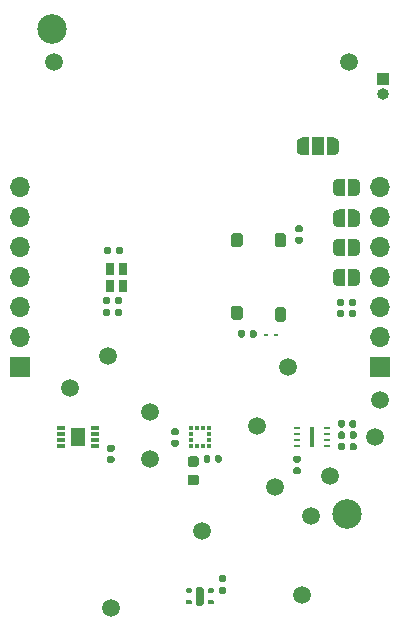
<source format=gbs>
G04 #@! TF.GenerationSoftware,KiCad,Pcbnew,(5.1.7)-1*
G04 #@! TF.CreationDate,2020-11-04T19:15:34+01:00*
G04 #@! TF.ProjectId,generic_node,67656e65-7269-4635-9f6e-6f64652e6b69,2.0.2*
G04 #@! TF.SameCoordinates,PX510ff40PY6422c40*
G04 #@! TF.FileFunction,Soldermask,Bot*
G04 #@! TF.FilePolarity,Negative*
%FSLAX46Y46*%
G04 Gerber Fmt 4.6, Leading zero omitted, Abs format (unit mm)*
G04 Created by KiCad (PCBNEW (5.1.7)-1) date 2020-11-04 19:15:34*
%MOMM*%
%LPD*%
G01*
G04 APERTURE LIST*
%ADD10R,0.375000X0.350000*%
%ADD11R,0.350000X0.375000*%
%ADD12R,0.750000X0.300000*%
%ADD13R,1.300000X1.500000*%
%ADD14R,0.300000X1.700000*%
%ADD15R,0.600000X0.270000*%
%ADD16C,0.100000*%
%ADD17R,1.000000X1.000000*%
%ADD18O,1.000000X1.000000*%
%ADD19R,1.700000X1.700000*%
%ADD20O,1.700000X1.700000*%
%ADD21C,2.500000*%
%ADD22R,0.800000X1.000000*%
%ADD23R,0.360000X0.250000*%
%ADD24C,1.500000*%
%ADD25R,1.000000X1.500000*%
G04 APERTURE END LIST*
D10*
X-754500Y-13288803D03*
X-754500Y-13788803D03*
X770500Y-13788803D03*
X770500Y-13288803D03*
D11*
X-742000Y-14301303D03*
X-742000Y-12776303D03*
X758000Y-14301303D03*
X758000Y-12776303D03*
X258000Y-14301303D03*
X-242000Y-14301303D03*
X258000Y-12776303D03*
X-242000Y-12776303D03*
D12*
X-11750000Y-14238803D03*
X-11750000Y-13738803D03*
X-11750000Y-13238803D03*
X-11750000Y-12738803D03*
X-8850000Y-12738803D03*
X-8850000Y-13238803D03*
X-8850000Y-13738803D03*
X-8850000Y-14238803D03*
D13*
X-10300000Y-13488803D03*
G36*
G01*
X375400Y-26387900D02*
X375400Y-27637900D01*
G75*
G02*
X200400Y-27812900I-175000J0D01*
G01*
X-149600Y-27812900D01*
G75*
G02*
X-324600Y-27637900I0J175000D01*
G01*
X-324600Y-26387900D01*
G75*
G02*
X-149600Y-26212900I175000J0D01*
G01*
X200400Y-26212900D01*
G75*
G02*
X375400Y-26387900I0J-175000D01*
G01*
G37*
G36*
G01*
X-624600Y-26425400D02*
X-624600Y-26600400D01*
G75*
G02*
X-712100Y-26687900I-87500J0D01*
G01*
X-1087100Y-26687900D01*
G75*
G02*
X-1174600Y-26600400I0J87500D01*
G01*
X-1174600Y-26425400D01*
G75*
G02*
X-1087100Y-26337900I87500J0D01*
G01*
X-712100Y-26337900D01*
G75*
G02*
X-624600Y-26425400I0J-87500D01*
G01*
G37*
G36*
G01*
X-624600Y-27425400D02*
X-624600Y-27600400D01*
G75*
G02*
X-712100Y-27687900I-87500J0D01*
G01*
X-1087100Y-27687900D01*
G75*
G02*
X-1174600Y-27600400I0J87500D01*
G01*
X-1174600Y-27425400D01*
G75*
G02*
X-1087100Y-27337900I87500J0D01*
G01*
X-712100Y-27337900D01*
G75*
G02*
X-624600Y-27425400I0J-87500D01*
G01*
G37*
G36*
G01*
X1225400Y-27425400D02*
X1225400Y-27600400D01*
G75*
G02*
X1137900Y-27687900I-87500J0D01*
G01*
X762900Y-27687900D01*
G75*
G02*
X675400Y-27600400I0J87500D01*
G01*
X675400Y-27425400D01*
G75*
G02*
X762900Y-27337900I87500J0D01*
G01*
X1137900Y-27337900D01*
G75*
G02*
X1225400Y-27425400I0J-87500D01*
G01*
G37*
G36*
G01*
X1225400Y-26425400D02*
X1225400Y-26600400D01*
G75*
G02*
X1137900Y-26687900I-87500J0D01*
G01*
X762900Y-26687900D01*
G75*
G02*
X675400Y-26600400I0J87500D01*
G01*
X675400Y-26425400D01*
G75*
G02*
X762900Y-26337900I87500J0D01*
G01*
X1137900Y-26337900D01*
G75*
G02*
X1225400Y-26425400I0J-87500D01*
G01*
G37*
D14*
X9512000Y-13527000D03*
D15*
X10812000Y-14277000D03*
X10812000Y-13777000D03*
X10812000Y-13277000D03*
X10812000Y-12777000D03*
X8212000Y-12777000D03*
X8212000Y-13277000D03*
X8212000Y-13777000D03*
X8212000Y-14277000D03*
G36*
G01*
X-7680000Y-3245000D02*
X-8050000Y-3245000D01*
G75*
G02*
X-8185000Y-3110000I0J135000D01*
G01*
X-8185000Y-2840000D01*
G75*
G02*
X-8050000Y-2705000I135000J0D01*
G01*
X-7680000Y-2705000D01*
G75*
G02*
X-7545000Y-2840000I0J-135000D01*
G01*
X-7545000Y-3110000D01*
G75*
G02*
X-7680000Y-3245000I-135000J0D01*
G01*
G37*
G36*
G01*
X-7680000Y-2225000D02*
X-8050000Y-2225000D01*
G75*
G02*
X-8185000Y-2090000I0J135000D01*
G01*
X-8185000Y-1820000D01*
G75*
G02*
X-8050000Y-1685000I135000J0D01*
G01*
X-7680000Y-1685000D01*
G75*
G02*
X-7545000Y-1820000I0J-135000D01*
G01*
X-7545000Y-2090000D01*
G75*
G02*
X-7680000Y-2225000I-135000J0D01*
G01*
G37*
D16*
G36*
X11796000Y6870602D02*
G01*
X11771466Y6870602D01*
X11722635Y6875412D01*
X11674510Y6884984D01*
X11627555Y6899228D01*
X11582222Y6918005D01*
X11538949Y6941136D01*
X11498150Y6968396D01*
X11460221Y6999524D01*
X11425524Y7034221D01*
X11394396Y7072150D01*
X11367136Y7112949D01*
X11344005Y7156222D01*
X11325228Y7201555D01*
X11310984Y7248510D01*
X11301412Y7296635D01*
X11296602Y7345466D01*
X11296602Y7370000D01*
X11296000Y7370000D01*
X11296000Y7870000D01*
X11296602Y7870000D01*
X11296602Y7894534D01*
X11301412Y7943365D01*
X11310984Y7991490D01*
X11325228Y8038445D01*
X11344005Y8083778D01*
X11367136Y8127051D01*
X11394396Y8167850D01*
X11425524Y8205779D01*
X11460221Y8240476D01*
X11498150Y8271604D01*
X11538949Y8298864D01*
X11582222Y8321995D01*
X11627555Y8340772D01*
X11674510Y8355016D01*
X11722635Y8364588D01*
X11771466Y8369398D01*
X11796000Y8369398D01*
X11796000Y8370000D01*
X12296000Y8370000D01*
X12296000Y6870000D01*
X11796000Y6870000D01*
X11796000Y6870602D01*
G37*
G36*
X12596000Y8370000D02*
G01*
X13096000Y8370000D01*
X13096000Y8369398D01*
X13120534Y8369398D01*
X13169365Y8364588D01*
X13217490Y8355016D01*
X13264445Y8340772D01*
X13309778Y8321995D01*
X13353051Y8298864D01*
X13393850Y8271604D01*
X13431779Y8240476D01*
X13466476Y8205779D01*
X13497604Y8167850D01*
X13524864Y8127051D01*
X13547995Y8083778D01*
X13566772Y8038445D01*
X13581016Y7991490D01*
X13590588Y7943365D01*
X13595398Y7894534D01*
X13595398Y7870000D01*
X13596000Y7870000D01*
X13596000Y7370000D01*
X13595398Y7370000D01*
X13595398Y7345466D01*
X13590588Y7296635D01*
X13581016Y7248510D01*
X13566772Y7201555D01*
X13547995Y7156222D01*
X13524864Y7112949D01*
X13497604Y7072150D01*
X13466476Y7034221D01*
X13431779Y6999524D01*
X13393850Y6968396D01*
X13353051Y6941136D01*
X13309778Y6918005D01*
X13264445Y6899228D01*
X13217490Y6884984D01*
X13169365Y6875412D01*
X13120534Y6870602D01*
X13096000Y6870602D01*
X13096000Y6870000D01*
X12596000Y6870000D01*
X12596000Y8370000D01*
G37*
D17*
X15494000Y16764000D03*
D18*
X15494000Y15494000D03*
D16*
G36*
X13096000Y3289398D02*
G01*
X13120534Y3289398D01*
X13169365Y3284588D01*
X13217490Y3275016D01*
X13264445Y3260772D01*
X13309778Y3241995D01*
X13353051Y3218864D01*
X13393850Y3191604D01*
X13431779Y3160476D01*
X13466476Y3125779D01*
X13497604Y3087850D01*
X13524864Y3047051D01*
X13547995Y3003778D01*
X13566772Y2958445D01*
X13581016Y2911490D01*
X13590588Y2863365D01*
X13595398Y2814534D01*
X13595398Y2790000D01*
X13596000Y2790000D01*
X13596000Y2290000D01*
X13595398Y2290000D01*
X13595398Y2265466D01*
X13590588Y2216635D01*
X13581016Y2168510D01*
X13566772Y2121555D01*
X13547995Y2076222D01*
X13524864Y2032949D01*
X13497604Y1992150D01*
X13466476Y1954221D01*
X13431779Y1919524D01*
X13393850Y1888396D01*
X13353051Y1861136D01*
X13309778Y1838005D01*
X13264445Y1819228D01*
X13217490Y1804984D01*
X13169365Y1795412D01*
X13120534Y1790602D01*
X13096000Y1790602D01*
X13096000Y1790000D01*
X12596000Y1790000D01*
X12596000Y3290000D01*
X13096000Y3290000D01*
X13096000Y3289398D01*
G37*
G36*
X12296000Y1790000D02*
G01*
X11796000Y1790000D01*
X11796000Y1790602D01*
X11771466Y1790602D01*
X11722635Y1795412D01*
X11674510Y1804984D01*
X11627555Y1819228D01*
X11582222Y1838005D01*
X11538949Y1861136D01*
X11498150Y1888396D01*
X11460221Y1919524D01*
X11425524Y1954221D01*
X11394396Y1992150D01*
X11367136Y2032949D01*
X11344005Y2076222D01*
X11325228Y2121555D01*
X11310984Y2168510D01*
X11301412Y2216635D01*
X11296602Y2265466D01*
X11296602Y2290000D01*
X11296000Y2290000D01*
X11296000Y2790000D01*
X11296602Y2790000D01*
X11296602Y2814534D01*
X11301412Y2863365D01*
X11310984Y2911490D01*
X11325228Y2958445D01*
X11344005Y3003778D01*
X11367136Y3047051D01*
X11394396Y3087850D01*
X11425524Y3125779D01*
X11460221Y3160476D01*
X11498150Y3191604D01*
X11538949Y3218864D01*
X11582222Y3241995D01*
X11627555Y3260772D01*
X11674510Y3275016D01*
X11722635Y3284588D01*
X11771466Y3289398D01*
X11796000Y3289398D01*
X11796000Y3290000D01*
X12296000Y3290000D01*
X12296000Y1790000D01*
G37*
D19*
X15240000Y-7620000D03*
D20*
X15240000Y-5080000D03*
X15240000Y-2540000D03*
X15240000Y0D03*
X15240000Y2540000D03*
X15240000Y5080000D03*
X15240000Y7620000D03*
G36*
G01*
X1874000Y-15201000D02*
X1874000Y-15541000D01*
G75*
G02*
X1734000Y-15681000I-140000J0D01*
G01*
X1454000Y-15681000D01*
G75*
G02*
X1314000Y-15541000I0J140000D01*
G01*
X1314000Y-15201000D01*
G75*
G02*
X1454000Y-15061000I140000J0D01*
G01*
X1734000Y-15061000D01*
G75*
G02*
X1874000Y-15201000I0J-140000D01*
G01*
G37*
G36*
G01*
X914000Y-15201000D02*
X914000Y-15541000D01*
G75*
G02*
X774000Y-15681000I-140000J0D01*
G01*
X494000Y-15681000D01*
G75*
G02*
X354000Y-15541000I0J140000D01*
G01*
X354000Y-15201000D01*
G75*
G02*
X494000Y-15061000I140000J0D01*
G01*
X774000Y-15061000D01*
G75*
G02*
X914000Y-15201000I0J-140000D01*
G01*
G37*
G36*
G01*
X-280000Y-17605000D02*
X-780000Y-17605000D01*
G75*
G02*
X-1005000Y-17380000I0J225000D01*
G01*
X-1005000Y-16930000D01*
G75*
G02*
X-780000Y-16705000I225000J0D01*
G01*
X-280000Y-16705000D01*
G75*
G02*
X-55000Y-16930000I0J-225000D01*
G01*
X-55000Y-17380000D01*
G75*
G02*
X-280000Y-17605000I-225000J0D01*
G01*
G37*
G36*
G01*
X-280000Y-16055000D02*
X-780000Y-16055000D01*
G75*
G02*
X-1005000Y-15830000I0J225000D01*
G01*
X-1005000Y-15380000D01*
G75*
G02*
X-780000Y-15155000I225000J0D01*
G01*
X-280000Y-15155000D01*
G75*
G02*
X-55000Y-15380000I0J-225000D01*
G01*
X-55000Y-15830000D01*
G75*
G02*
X-280000Y-16055000I-225000J0D01*
G01*
G37*
D19*
X-15240000Y-7620000D03*
D20*
X-15240000Y-5080000D03*
X-15240000Y-2540000D03*
X-15240000Y0D03*
X-15240000Y2540000D03*
X-15240000Y5080000D03*
X-15240000Y7620000D03*
G36*
G01*
X12320000Y-14157500D02*
X12320000Y-14502500D01*
G75*
G02*
X12172500Y-14650000I-147500J0D01*
G01*
X11877500Y-14650000D01*
G75*
G02*
X11730000Y-14502500I0J147500D01*
G01*
X11730000Y-14157500D01*
G75*
G02*
X11877500Y-14010000I147500J0D01*
G01*
X12172500Y-14010000D01*
G75*
G02*
X12320000Y-14157500I0J-147500D01*
G01*
G37*
G36*
G01*
X13290000Y-14157500D02*
X13290000Y-14502500D01*
G75*
G02*
X13142500Y-14650000I-147500J0D01*
G01*
X12847500Y-14650000D01*
G75*
G02*
X12700000Y-14502500I0J147500D01*
G01*
X12700000Y-14157500D01*
G75*
G02*
X12847500Y-14010000I147500J0D01*
G01*
X13142500Y-14010000D01*
G75*
G02*
X13290000Y-14157500I0J-147500D01*
G01*
G37*
G36*
G01*
X-2267500Y-13749000D02*
X-1922500Y-13749000D01*
G75*
G02*
X-1775000Y-13896500I0J-147500D01*
G01*
X-1775000Y-14191500D01*
G75*
G02*
X-1922500Y-14339000I-147500J0D01*
G01*
X-2267500Y-14339000D01*
G75*
G02*
X-2415000Y-14191500I0J147500D01*
G01*
X-2415000Y-13896500D01*
G75*
G02*
X-2267500Y-13749000I147500J0D01*
G01*
G37*
G36*
G01*
X-2267500Y-12779000D02*
X-1922500Y-12779000D01*
G75*
G02*
X-1775000Y-12926500I0J-147500D01*
G01*
X-1775000Y-13221500D01*
G75*
G02*
X-1922500Y-13369000I-147500J0D01*
G01*
X-2267500Y-13369000D01*
G75*
G02*
X-2415000Y-13221500I0J147500D01*
G01*
X-2415000Y-12926500D01*
G75*
G02*
X-2267500Y-12779000I147500J0D01*
G01*
G37*
G36*
G01*
X1780500Y-25229000D02*
X2125500Y-25229000D01*
G75*
G02*
X2273000Y-25376500I0J-147500D01*
G01*
X2273000Y-25671500D01*
G75*
G02*
X2125500Y-25819000I-147500J0D01*
G01*
X1780500Y-25819000D01*
G75*
G02*
X1633000Y-25671500I0J147500D01*
G01*
X1633000Y-25376500D01*
G75*
G02*
X1780500Y-25229000I147500J0D01*
G01*
G37*
G36*
G01*
X1780500Y-26199000D02*
X2125500Y-26199000D01*
G75*
G02*
X2273000Y-26346500I0J-147500D01*
G01*
X2273000Y-26641500D01*
G75*
G02*
X2125500Y-26789000I-147500J0D01*
G01*
X1780500Y-26789000D01*
G75*
G02*
X1633000Y-26641500I0J147500D01*
G01*
X1633000Y-26346500D01*
G75*
G02*
X1780500Y-26199000I147500J0D01*
G01*
G37*
G36*
G01*
X-7347500Y-15730000D02*
X-7692500Y-15730000D01*
G75*
G02*
X-7840000Y-15582500I0J147500D01*
G01*
X-7840000Y-15287500D01*
G75*
G02*
X-7692500Y-15140000I147500J0D01*
G01*
X-7347500Y-15140000D01*
G75*
G02*
X-7200000Y-15287500I0J-147500D01*
G01*
X-7200000Y-15582500D01*
G75*
G02*
X-7347500Y-15730000I-147500J0D01*
G01*
G37*
G36*
G01*
X-7347500Y-14760000D02*
X-7692500Y-14760000D01*
G75*
G02*
X-7840000Y-14612500I0J147500D01*
G01*
X-7840000Y-14317500D01*
G75*
G02*
X-7692500Y-14170000I147500J0D01*
G01*
X-7347500Y-14170000D01*
G75*
G02*
X-7200000Y-14317500I0J-147500D01*
G01*
X-7200000Y-14612500D01*
G75*
G02*
X-7347500Y-14760000I-147500J0D01*
G01*
G37*
G36*
G01*
X3271000Y-4947500D02*
X3271000Y-4602500D01*
G75*
G02*
X3418500Y-4455000I147500J0D01*
G01*
X3713500Y-4455000D01*
G75*
G02*
X3861000Y-4602500I0J-147500D01*
G01*
X3861000Y-4947500D01*
G75*
G02*
X3713500Y-5095000I-147500J0D01*
G01*
X3418500Y-5095000D01*
G75*
G02*
X3271000Y-4947500I0J147500D01*
G01*
G37*
G36*
G01*
X4241000Y-4947500D02*
X4241000Y-4602500D01*
G75*
G02*
X4388500Y-4455000I147500J0D01*
G01*
X4683500Y-4455000D01*
G75*
G02*
X4831000Y-4602500I0J-147500D01*
G01*
X4831000Y-4947500D01*
G75*
G02*
X4683500Y-5095000I-147500J0D01*
G01*
X4388500Y-5095000D01*
G75*
G02*
X4241000Y-4947500I0J147500D01*
G01*
G37*
D21*
X12500000Y-20000000D03*
X-12500000Y21000000D03*
G36*
G01*
X13294000Y-13196500D02*
X13294000Y-13541500D01*
G75*
G02*
X13146500Y-13689000I-147500J0D01*
G01*
X12851500Y-13689000D01*
G75*
G02*
X12704000Y-13541500I0J147500D01*
G01*
X12704000Y-13196500D01*
G75*
G02*
X12851500Y-13049000I147500J0D01*
G01*
X13146500Y-13049000D01*
G75*
G02*
X13294000Y-13196500I0J-147500D01*
G01*
G37*
G36*
G01*
X12324000Y-13196500D02*
X12324000Y-13541500D01*
G75*
G02*
X12176500Y-13689000I-147500J0D01*
G01*
X11881500Y-13689000D01*
G75*
G02*
X11734000Y-13541500I0J147500D01*
G01*
X11734000Y-13196500D01*
G75*
G02*
X11881500Y-13049000I147500J0D01*
G01*
X12176500Y-13049000D01*
G75*
G02*
X12324000Y-13196500I0J-147500D01*
G01*
G37*
G36*
G01*
X12781500Y-1808000D02*
X13126500Y-1808000D01*
G75*
G02*
X13274000Y-1955500I0J-147500D01*
G01*
X13274000Y-2250500D01*
G75*
G02*
X13126500Y-2398000I-147500J0D01*
G01*
X12781500Y-2398000D01*
G75*
G02*
X12634000Y-2250500I0J147500D01*
G01*
X12634000Y-1955500D01*
G75*
G02*
X12781500Y-1808000I147500J0D01*
G01*
G37*
G36*
G01*
X12781500Y-2778000D02*
X13126500Y-2778000D01*
G75*
G02*
X13274000Y-2925500I0J-147500D01*
G01*
X13274000Y-3220500D01*
G75*
G02*
X13126500Y-3368000I-147500J0D01*
G01*
X12781500Y-3368000D01*
G75*
G02*
X12634000Y-3220500I0J147500D01*
G01*
X12634000Y-2925500D01*
G75*
G02*
X12781500Y-2778000I147500J0D01*
G01*
G37*
G36*
G01*
X13280000Y-12227500D02*
X13280000Y-12572500D01*
G75*
G02*
X13132500Y-12720000I-147500J0D01*
G01*
X12837500Y-12720000D01*
G75*
G02*
X12690000Y-12572500I0J147500D01*
G01*
X12690000Y-12227500D01*
G75*
G02*
X12837500Y-12080000I147500J0D01*
G01*
X13132500Y-12080000D01*
G75*
G02*
X13280000Y-12227500I0J-147500D01*
G01*
G37*
G36*
G01*
X12310000Y-12227500D02*
X12310000Y-12572500D01*
G75*
G02*
X12162500Y-12720000I-147500J0D01*
G01*
X11867500Y-12720000D01*
G75*
G02*
X11720000Y-12572500I0J147500D01*
G01*
X11720000Y-12227500D01*
G75*
G02*
X11867500Y-12080000I147500J0D01*
G01*
X12162500Y-12080000D01*
G75*
G02*
X12310000Y-12227500I0J-147500D01*
G01*
G37*
G36*
G01*
X8237500Y3450000D02*
X8582500Y3450000D01*
G75*
G02*
X8730000Y3302500I0J-147500D01*
G01*
X8730000Y3007500D01*
G75*
G02*
X8582500Y2860000I-147500J0D01*
G01*
X8237500Y2860000D01*
G75*
G02*
X8090000Y3007500I0J147500D01*
G01*
X8090000Y3302500D01*
G75*
G02*
X8237500Y3450000I147500J0D01*
G01*
G37*
G36*
G01*
X8237500Y4420000D02*
X8582500Y4420000D01*
G75*
G02*
X8730000Y4272500I0J-147500D01*
G01*
X8730000Y3977500D01*
G75*
G02*
X8582500Y3830000I-147500J0D01*
G01*
X8237500Y3830000D01*
G75*
G02*
X8090000Y3977500I0J147500D01*
G01*
X8090000Y4272500D01*
G75*
G02*
X8237500Y4420000I147500J0D01*
G01*
G37*
G36*
G01*
X-6676500Y-3245000D02*
X-7021500Y-3245000D01*
G75*
G02*
X-7169000Y-3097500I0J147500D01*
G01*
X-7169000Y-2802500D01*
G75*
G02*
X-7021500Y-2655000I147500J0D01*
G01*
X-6676500Y-2655000D01*
G75*
G02*
X-6529000Y-2802500I0J-147500D01*
G01*
X-6529000Y-3097500D01*
G75*
G02*
X-6676500Y-3245000I-147500J0D01*
G01*
G37*
G36*
G01*
X-6676500Y-2275000D02*
X-7021500Y-2275000D01*
G75*
G02*
X-7169000Y-2127500I0J147500D01*
G01*
X-7169000Y-1832500D01*
G75*
G02*
X-7021500Y-1685000I147500J0D01*
G01*
X-6676500Y-1685000D01*
G75*
G02*
X-6529000Y-1832500I0J-147500D01*
G01*
X-6529000Y-2127500D01*
G75*
G02*
X-6676500Y-2275000I-147500J0D01*
G01*
G37*
D22*
X-6450000Y750000D03*
X-6450000Y-750000D03*
X-7550000Y-750000D03*
X-7550000Y750000D03*
G36*
G01*
X8422500Y-15710000D02*
X8077500Y-15710000D01*
G75*
G02*
X7930000Y-15562500I0J147500D01*
G01*
X7930000Y-15267500D01*
G75*
G02*
X8077500Y-15120000I147500J0D01*
G01*
X8422500Y-15120000D01*
G75*
G02*
X8570000Y-15267500I0J-147500D01*
G01*
X8570000Y-15562500D01*
G75*
G02*
X8422500Y-15710000I-147500J0D01*
G01*
G37*
G36*
G01*
X8422500Y-16680000D02*
X8077500Y-16680000D01*
G75*
G02*
X7930000Y-16532500I0J147500D01*
G01*
X7930000Y-16237500D01*
G75*
G02*
X8077500Y-16090000I147500J0D01*
G01*
X8422500Y-16090000D01*
G75*
G02*
X8570000Y-16237500I0J-147500D01*
G01*
X8570000Y-16532500D01*
G75*
G02*
X8422500Y-16680000I-147500J0D01*
G01*
G37*
G36*
G01*
X12110500Y-2398000D02*
X11765500Y-2398000D01*
G75*
G02*
X11618000Y-2250500I0J147500D01*
G01*
X11618000Y-1955500D01*
G75*
G02*
X11765500Y-1808000I147500J0D01*
G01*
X12110500Y-1808000D01*
G75*
G02*
X12258000Y-1955500I0J-147500D01*
G01*
X12258000Y-2250500D01*
G75*
G02*
X12110500Y-2398000I-147500J0D01*
G01*
G37*
G36*
G01*
X12110500Y-3368000D02*
X11765500Y-3368000D01*
G75*
G02*
X11618000Y-3220500I0J147500D01*
G01*
X11618000Y-2925500D01*
G75*
G02*
X11765500Y-2778000I147500J0D01*
G01*
X12110500Y-2778000D01*
G75*
G02*
X12258000Y-2925500I0J-147500D01*
G01*
X12258000Y-3220500D01*
G75*
G02*
X12110500Y-3368000I-147500J0D01*
G01*
G37*
D23*
X5599500Y-4838500D03*
X6439500Y-4838500D03*
D24*
X-7500000Y-28000000D03*
D16*
G36*
X9270000Y10350000D02*
G01*
X8720000Y10350000D01*
X8720000Y10350602D01*
X8695466Y10350602D01*
X8646635Y10355412D01*
X8598510Y10364984D01*
X8551555Y10379228D01*
X8506222Y10398005D01*
X8462949Y10421136D01*
X8422150Y10448396D01*
X8384221Y10479524D01*
X8349524Y10514221D01*
X8318396Y10552150D01*
X8291136Y10592949D01*
X8268005Y10636222D01*
X8249228Y10681555D01*
X8234984Y10728510D01*
X8225412Y10776635D01*
X8220602Y10825466D01*
X8220602Y10850000D01*
X8220000Y10850000D01*
X8220000Y11350000D01*
X8220602Y11350000D01*
X8220602Y11374534D01*
X8225412Y11423365D01*
X8234984Y11471490D01*
X8249228Y11518445D01*
X8268005Y11563778D01*
X8291136Y11607051D01*
X8318396Y11647850D01*
X8349524Y11685779D01*
X8384221Y11720476D01*
X8422150Y11751604D01*
X8462949Y11778864D01*
X8506222Y11801995D01*
X8551555Y11820772D01*
X8598510Y11835016D01*
X8646635Y11844588D01*
X8695466Y11849398D01*
X8720000Y11849398D01*
X8720000Y11850000D01*
X9270000Y11850000D01*
X9270000Y10350000D01*
G37*
D25*
X10020000Y11100000D03*
D16*
G36*
X11320000Y11849398D02*
G01*
X11344534Y11849398D01*
X11393365Y11844588D01*
X11441490Y11835016D01*
X11488445Y11820772D01*
X11533778Y11801995D01*
X11577051Y11778864D01*
X11617850Y11751604D01*
X11655779Y11720476D01*
X11690476Y11685779D01*
X11721604Y11647850D01*
X11748864Y11607051D01*
X11771995Y11563778D01*
X11790772Y11518445D01*
X11805016Y11471490D01*
X11814588Y11423365D01*
X11819398Y11374534D01*
X11819398Y11350000D01*
X11820000Y11350000D01*
X11820000Y10850000D01*
X11819398Y10850000D01*
X11819398Y10825466D01*
X11814588Y10776635D01*
X11805016Y10728510D01*
X11790772Y10681555D01*
X11771995Y10636222D01*
X11748864Y10592949D01*
X11721604Y10552150D01*
X11690476Y10514221D01*
X11655779Y10479524D01*
X11617850Y10448396D01*
X11577051Y10421136D01*
X11533778Y10398005D01*
X11488445Y10379228D01*
X11441490Y10364984D01*
X11393365Y10355412D01*
X11344534Y10350602D01*
X11320000Y10350602D01*
X11320000Y10350000D01*
X10770000Y10350000D01*
X10770000Y11850000D01*
X11320000Y11850000D01*
X11320000Y11849398D01*
G37*
G36*
X11796000Y4250602D02*
G01*
X11771466Y4250602D01*
X11722635Y4255412D01*
X11674510Y4264984D01*
X11627555Y4279228D01*
X11582222Y4298005D01*
X11538949Y4321136D01*
X11498150Y4348396D01*
X11460221Y4379524D01*
X11425524Y4414221D01*
X11394396Y4452150D01*
X11367136Y4492949D01*
X11344005Y4536222D01*
X11325228Y4581555D01*
X11310984Y4628510D01*
X11301412Y4676635D01*
X11296602Y4725466D01*
X11296602Y4750000D01*
X11296000Y4750000D01*
X11296000Y5250000D01*
X11296602Y5250000D01*
X11296602Y5274534D01*
X11301412Y5323365D01*
X11310984Y5371490D01*
X11325228Y5418445D01*
X11344005Y5463778D01*
X11367136Y5507051D01*
X11394396Y5547850D01*
X11425524Y5585779D01*
X11460221Y5620476D01*
X11498150Y5651604D01*
X11538949Y5678864D01*
X11582222Y5701995D01*
X11627555Y5720772D01*
X11674510Y5735016D01*
X11722635Y5744588D01*
X11771466Y5749398D01*
X11796000Y5749398D01*
X11796000Y5750000D01*
X12296000Y5750000D01*
X12296000Y4250000D01*
X11796000Y4250000D01*
X11796000Y4250602D01*
G37*
G36*
X12596000Y5750000D02*
G01*
X13096000Y5750000D01*
X13096000Y5749398D01*
X13120534Y5749398D01*
X13169365Y5744588D01*
X13217490Y5735016D01*
X13264445Y5720772D01*
X13309778Y5701995D01*
X13353051Y5678864D01*
X13393850Y5651604D01*
X13431779Y5620476D01*
X13466476Y5585779D01*
X13497604Y5547850D01*
X13524864Y5507051D01*
X13547995Y5463778D01*
X13566772Y5418445D01*
X13581016Y5371490D01*
X13590588Y5323365D01*
X13595398Y5274534D01*
X13595398Y5250000D01*
X13596000Y5250000D01*
X13596000Y4750000D01*
X13595398Y4750000D01*
X13595398Y4725466D01*
X13590588Y4676635D01*
X13581016Y4628510D01*
X13566772Y4581555D01*
X13547995Y4536222D01*
X13524864Y4492949D01*
X13497604Y4452150D01*
X13466476Y4414221D01*
X13431779Y4379524D01*
X13393850Y4348396D01*
X13353051Y4321136D01*
X13309778Y4298005D01*
X13264445Y4279228D01*
X13217490Y4264984D01*
X13169365Y4255412D01*
X13120534Y4250602D01*
X13096000Y4250602D01*
X13096000Y4250000D01*
X12596000Y4250000D01*
X12596000Y5750000D01*
G37*
G36*
X13096000Y749398D02*
G01*
X13120534Y749398D01*
X13169365Y744588D01*
X13217490Y735016D01*
X13264445Y720772D01*
X13309778Y701995D01*
X13353051Y678864D01*
X13393850Y651604D01*
X13431779Y620476D01*
X13466476Y585779D01*
X13497604Y547850D01*
X13524864Y507051D01*
X13547995Y463778D01*
X13566772Y418445D01*
X13581016Y371490D01*
X13590588Y323365D01*
X13595398Y274534D01*
X13595398Y250000D01*
X13596000Y250000D01*
X13596000Y-250000D01*
X13595398Y-250000D01*
X13595398Y-274534D01*
X13590588Y-323365D01*
X13581016Y-371490D01*
X13566772Y-418445D01*
X13547995Y-463778D01*
X13524864Y-507051D01*
X13497604Y-547850D01*
X13466476Y-585779D01*
X13431779Y-620476D01*
X13393850Y-651604D01*
X13353051Y-678864D01*
X13309778Y-701995D01*
X13264445Y-720772D01*
X13217490Y-735016D01*
X13169365Y-744588D01*
X13120534Y-749398D01*
X13096000Y-749398D01*
X13096000Y-750000D01*
X12596000Y-750000D01*
X12596000Y750000D01*
X13096000Y750000D01*
X13096000Y749398D01*
G37*
G36*
X12296000Y-750000D02*
G01*
X11796000Y-750000D01*
X11796000Y-749398D01*
X11771466Y-749398D01*
X11722635Y-744588D01*
X11674510Y-735016D01*
X11627555Y-720772D01*
X11582222Y-701995D01*
X11538949Y-678864D01*
X11498150Y-651604D01*
X11460221Y-620476D01*
X11425524Y-585779D01*
X11394396Y-547850D01*
X11367136Y-507051D01*
X11344005Y-463778D01*
X11325228Y-418445D01*
X11310984Y-371490D01*
X11301412Y-323365D01*
X11296602Y-274534D01*
X11296602Y-250000D01*
X11296000Y-250000D01*
X11296000Y250000D01*
X11296602Y250000D01*
X11296602Y274534D01*
X11301412Y323365D01*
X11310984Y371490D01*
X11325228Y418445D01*
X11344005Y463778D01*
X11367136Y507051D01*
X11394396Y547850D01*
X11425524Y585779D01*
X11460221Y620476D01*
X11498150Y651604D01*
X11538949Y678864D01*
X11582222Y701995D01*
X11627555Y720772D01*
X11674510Y735016D01*
X11722635Y744588D01*
X11771466Y749398D01*
X11796000Y749398D01*
X11796000Y750000D01*
X12296000Y750000D01*
X12296000Y-750000D01*
G37*
G36*
G01*
X-8065000Y2074000D02*
X-8065000Y2444000D01*
G75*
G02*
X-7930000Y2579000I135000J0D01*
G01*
X-7660000Y2579000D01*
G75*
G02*
X-7525000Y2444000I0J-135000D01*
G01*
X-7525000Y2074000D01*
G75*
G02*
X-7660000Y1939000I-135000J0D01*
G01*
X-7930000Y1939000D01*
G75*
G02*
X-8065000Y2074000I0J135000D01*
G01*
G37*
G36*
G01*
X-7045000Y2074000D02*
X-7045000Y2444000D01*
G75*
G02*
X-6910000Y2579000I135000J0D01*
G01*
X-6640000Y2579000D01*
G75*
G02*
X-6505000Y2444000I0J-135000D01*
G01*
X-6505000Y2074000D01*
G75*
G02*
X-6640000Y1939000I-135000J0D01*
G01*
X-6910000Y1939000D01*
G75*
G02*
X-7045000Y2074000I0J135000D01*
G01*
G37*
G36*
G01*
X7150000Y-3750000D02*
X6550000Y-3750000D01*
G75*
G02*
X6350000Y-3550000I0J200000D01*
G01*
X6350000Y-2750000D01*
G75*
G02*
X6550000Y-2550000I200000J0D01*
G01*
X7150000Y-2550000D01*
G75*
G02*
X7350000Y-2750000I0J-200000D01*
G01*
X7350000Y-3550000D01*
G75*
G02*
X7150000Y-3750000I-200000J0D01*
G01*
G37*
G36*
G01*
X7150000Y2550000D02*
X6550000Y2550000D01*
G75*
G02*
X6350000Y2750000I0J200000D01*
G01*
X6350000Y3550000D01*
G75*
G02*
X6550000Y3750000I200000J0D01*
G01*
X7150000Y3750000D01*
G75*
G02*
X7350000Y3550000I0J-200000D01*
G01*
X7350000Y2750000D01*
G75*
G02*
X7150000Y2550000I-200000J0D01*
G01*
G37*
G36*
G01*
X3450000Y-3600000D02*
X2850000Y-3600000D01*
G75*
G02*
X2650000Y-3400000I0J200000D01*
G01*
X2650000Y-2600000D01*
G75*
G02*
X2850000Y-2400000I200000J0D01*
G01*
X3450000Y-2400000D01*
G75*
G02*
X3650000Y-2600000I0J-200000D01*
G01*
X3650000Y-3400000D01*
G75*
G02*
X3450000Y-3600000I-200000J0D01*
G01*
G37*
G36*
G01*
X3450000Y2550000D02*
X2850000Y2550000D01*
G75*
G02*
X2650000Y2750000I0J200000D01*
G01*
X2650000Y3550000D01*
G75*
G02*
X2850000Y3750000I200000J0D01*
G01*
X3450000Y3750000D01*
G75*
G02*
X3650000Y3550000I0J-200000D01*
G01*
X3650000Y2750000D01*
G75*
G02*
X3450000Y2550000I-200000J0D01*
G01*
G37*
D24*
X8660000Y-26910000D03*
X190000Y-21500000D03*
X7475000Y-7625000D03*
X-4175000Y-11425000D03*
X4900000Y-12580000D03*
X-12350000Y18250000D03*
X6420000Y-17710000D03*
X15300000Y-10380000D03*
X9440000Y-20170000D03*
X14860000Y-13490000D03*
X11037000Y-16824000D03*
X-4174000Y-15377000D03*
X-7760000Y-6680000D03*
X-10979000Y-9360000D03*
X12650000Y18250000D03*
M02*

</source>
